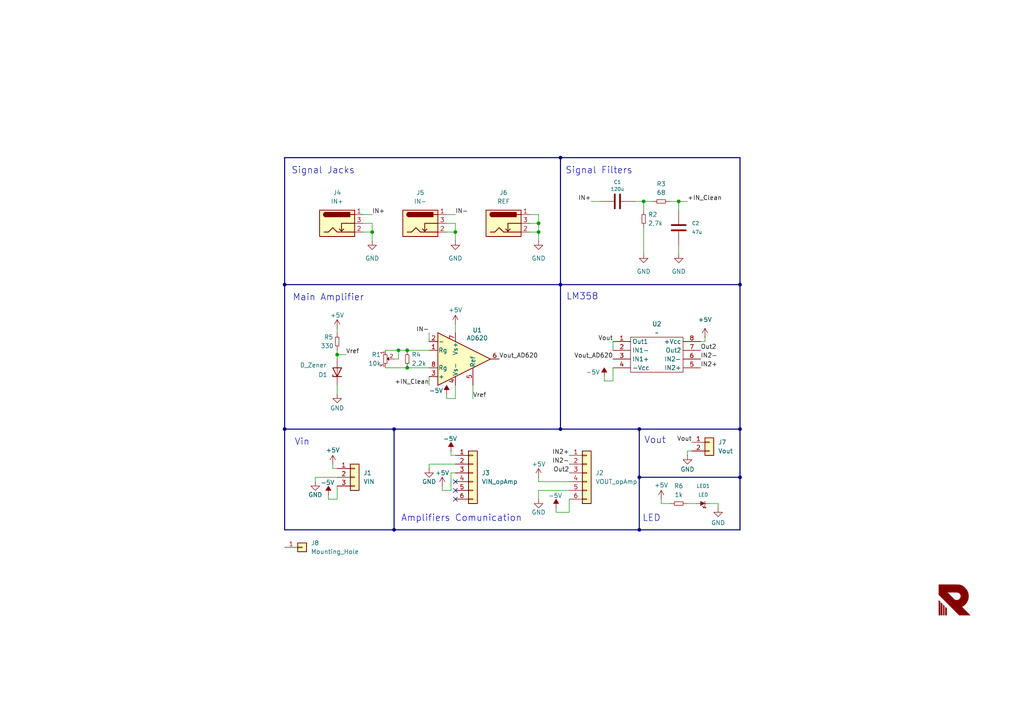
<source format=kicad_sch>
(kicad_sch (version 20231120) (generator "eeschema") (generator_version "8.0")
  (paper "A4")
  (title_block (title "Amplificador Electroencefalograma Master") (date "2025-04-28") (rev "v1.0") (company "E.E.S.T. N°5 \"2 de Abril\" Temperley") (comment 1 "Autor: Iván Romano") (comment 2 "Curso: 7mo 6ta") (comment 3 "Grupo: 2"))
  (lib_symbols
    (symbol "Amplifier_Instrumentation:AD620" (pin_names (offset 0.127))
      (property "Reference" "U" (at 3.81 7.62 0))
      (property "Value" "AD620" (at 5.08 5.08 0))
      (symbol "AD620_0_1"
        (polyline (pts (xy -7.62 7.62) (xy -7.62 -7.62) (xy 7.62 0) (xy -7.62 7.62)) (stroke (width 0.254)) (fill (type background)))
      )
      (symbol "AD620_1_1"
        (pin passive line (at -10.16 2.54 0) (length 2.54) (name "Rg") (number "1"))
        (pin input line (at -10.16 5.08 0) (length 2.54) (name "-") (number "2"))
        (pin input line (at -10.16 -5.08 0) (length 2.54) (name "+") (number "3"))
        (pin power_in line (at -2.54 -7.62 90) (length 2.54) (name "Vs-") (number "4"))
        (pin passive line (at 2.54 -7.62 90) (length 5.08) (name "Ref") (number "5"))
        (pin output line (at 10.16 0 180) (length 2.54) (name "~") (number "6"))
        (pin power_in line (at -2.54 7.62 270) (length 2.54) (name "Vs+") (number "7"))
        (pin passive line (at -10.16 -2.54 0) (length 2.54) (name "Rg") (number "8"))
      )
    )
    (symbol "Connector:Barrel_Jack_Switch" (pin_names hide)
      (property "Reference" "J" (at 0 5.334 0))
      (property "Value" "Barrel_Jack_Switch" (at 0 -5.08 0))
      (symbol "Barrel_Jack_Switch_0_1"
        (rectangle (start -5.08 3.81) (end 5.08 -3.81) (stroke (width 0.254)) (fill (type background)))
        (arc (start -3.302 3.175) (mid -3.9343 2.54) (end -3.302 1.905) (stroke (width 0.254)))
        (arc (start -3.302 3.175) (mid -3.9343 2.54) (end -3.302 1.905) (stroke (width 0.254)) (fill (type outline)))
        (polyline (pts (xy 1.27 -2.286) (xy 1.905 -1.651)) (stroke (width 0.254)))
        (polyline (pts (xy 5.08 2.54) (xy 3.81 2.54)) (stroke (width 0.254)))
        (polyline (pts (xy 5.08 0) (xy 1.27 0) (xy 1.27 -2.286) (xy 0.635 -1.651)) (stroke (width 0.254)))
        (polyline (pts (xy -3.81 -2.54) (xy -2.54 -2.54) (xy -1.27 -1.27) (xy 0 -2.54) (xy 2.54 -2.54) (xy 5.08 -2.54)) (stroke (width 0.254)))
        (rectangle (start 3.683 3.175) (end -3.302 1.905) (stroke (width 0.254)) (fill (type outline)))
      )
      (symbol "Barrel_Jack_Switch_1_1"
        (pin passive line (at 7.62 2.54 180) (length 2.54) (name "~") (number "1"))
        (pin passive line (at 7.62 -2.54 180) (length 2.54) (name "~") (number "2"))
        (pin passive line (at 7.62 0 180) (length 2.54) (name "~") (number "3"))
      )
    )
    (symbol "Connector_Generic:Conn_01x01" (pin_names (offset 1.016) hide)
      (property "Reference" "J" (at 0 2.54 0))
      (property "Value" "Conn_01x01" (at 0 -2.54 0))
      (symbol "Conn_01x01_1_1"
        (rectangle (start -1.27 0.127) (end 0 -0.127) (stroke (width 0.1524)))
        (rectangle (start -1.27 1.27) (end 1.27 -1.27) (stroke (width 0.254)) (fill (type background)))
        (pin passive line (at -5.08 0 0) (length 3.81) (name "Pin_1") (number "1"))
      )
    )
    (symbol "Connector_Generic:Conn_01x02" (pin_names (offset 1.016) hide)
      (property "Reference" "J" (at 0 2.54 0))
      (property "Value" "Conn_01x02" (at 0 -5.08 0))
      (symbol "Conn_01x02_1_1"
        (rectangle (start -1.27 -2.413) (end 0 -2.667) (stroke (width 0.1524)))
        (rectangle (start -1.27 0.127) (end 0 -0.127) (stroke (width 0.1524)))
        (rectangle (start -1.27 1.27) (end 1.27 -3.81) (stroke (width 0.254)) (fill (type background)))
        (pin passive line (at -5.08 0 0) (length 3.81) (name "Pin_1") (number "1"))
        (pin passive line (at -5.08 -2.54 0) (length 3.81) (name "Pin_2") (number "2"))
      )
    )
    (symbol "Connector_Generic:Conn_01x03" (pin_names (offset 1.016) hide)
      (property "Reference" "J" (at 0 5.08 0))
      (property "Value" "Conn_01x03" (at 0 -5.08 0))
      (symbol "Conn_01x03_1_1"
        (rectangle (start -1.27 -2.413) (end 0 -2.667) (stroke (width 0.1524)))
        (rectangle (start -1.27 0.127) (end 0 -0.127) (stroke (width 0.1524)))
        (rectangle (start -1.27 2.667) (end 0 2.413) (stroke (width 0.1524)))
        (rectangle (start -1.27 3.81) (end 1.27 -3.81) (stroke (width 0.254)) (fill (type background)))
        (pin passive line (at -5.08 2.54 0) (length 3.81) (name "Pin_1") (number "1"))
        (pin passive line (at -5.08 0 0) (length 3.81) (name "Pin_2") (number "2"))
        (pin passive line (at -5.08 -2.54 0) (length 3.81) (name "Pin_3") (number "3"))
      )
    )
    (symbol "Connector_Generic:Conn_01x06" (pin_names (offset 1.016) hide)
      (property "Reference" "J" (at 0 7.62 0))
      (property "Value" "Conn_01x06" (at 0 -10.16 0))
      (symbol "Conn_01x06_1_1"
        (rectangle (start -1.27 -7.493) (end 0 -7.747) (stroke (width 0.1524)))
        (rectangle (start -1.27 -4.953) (end 0 -5.207) (stroke (width 0.1524)))
        (rectangle (start -1.27 -2.413) (end 0 -2.667) (stroke (width 0.1524)))
        (rectangle (start -1.27 0.127) (end 0 -0.127) (stroke (width 0.1524)))
        (rectangle (start -1.27 2.667) (end 0 2.413) (stroke (width 0.1524)))
        (rectangle (start -1.27 5.207) (end 0 4.953) (stroke (width 0.1524)))
        (rectangle (start -1.27 6.35) (end 1.27 -8.89) (stroke (width 0.254)) (fill (type background)))
        (pin passive line (at -5.08 5.08 0) (length 3.81) (name "Pin_1") (number "1"))
        (pin passive line (at -5.08 2.54 0) (length 3.81) (name "Pin_2") (number "2"))
        (pin passive line (at -5.08 0 0) (length 3.81) (name "Pin_3") (number "3"))
        (pin passive line (at -5.08 -2.54 0) (length 3.81) (name "Pin_4") (number "4"))
        (pin passive line (at -5.08 -5.08 0) (length 3.81) (name "Pin_5") (number "5"))
        (pin passive line (at -5.08 -7.62 0) (length 3.81) (name "Pin_6") (number "6"))
      )
    )
    (symbol "Device:D_Zener" (pin_numbers hide) (pin_names (offset 1.016) hide)
      (property "Reference" "D" (at 0 2.54 0))
      (property "Value" "D_Zener" (at 0 -2.54 0))
      (symbol "D_Zener_0_1"
        (polyline (pts (xy 1.27 0) (xy -1.27 0)))
        (polyline (pts (xy -1.27 -1.27) (xy -1.27 1.27) (xy -0.762 1.27)) (stroke (width 0.254)))
        (polyline (pts (xy 1.27 -1.27) (xy 1.27 1.27) (xy -1.27 0) (xy 1.27 -1.27)) (stroke (width 0.254)))
      )
      (symbol "D_Zener_1_1"
        (pin passive line (at -3.81 0 0) (length 2.54) (name "K") (number "1"))
        (pin passive line (at 3.81 0 180) (length 2.54) (name "A") (number "2"))
      )
    )
    (symbol "EESTN5:C" (pin_numbers hide) (pin_names (offset 0.254))
      (property "Reference" "C" (at 0 2.54 0))
      (property "Value" "C" (at 0.1524 -2.159 0))
      (symbol "C_0_1"
        (polyline (pts (xy -2.032 -0.762) (xy 2.032 -0.762)) (stroke (width 0.508)))
        (polyline (pts (xy -2.032 0.762) (xy 2.032 0.762)) (stroke (width 0.508)))
      )
      (symbol "C_1_1"
        (pin passive line (at 0 5.08 270) (length 4.318) (name "~") (number "1"))
        (pin passive line (at 0 -5.08 90) (length 4.318) (name "~") (number "2"))
      )
    )
    (symbol "EESTN5:LED" (pin_numbers hide) (pin_names (offset 1.016) hide)
      (property "Reference" "LED" (at 0 2.54 0))
      (property "Value" "LED" (at 0 -2.54 0))
      (symbol "LED_0_1"
        (polyline (pts (xy 0.508 -0.762) (xy 1.016 -1.27) (xy 1.016 -1.27)))
        (polyline (pts (xy 1.016 -0.762) (xy 1.524 -1.27) (xy 1.524 -1.27)))
        (polyline (pts (xy 1.27 -0.635) (xy 1.27 0.635) (xy 1.27 0.635)))
        (polyline (pts (xy 1.27 0) (xy 0 0.635) (xy 0 -0.635) (xy 0 -0.635)) (fill (type outline)))
        (polyline (pts (xy 1.524 -1.27) (xy 1.27 -1.27) (xy 1.524 -1.016) (xy 1.524 -1.27) (xy 1.524 -1.27)) (fill (type outline)))
        (polyline (pts (xy 1.016 -1.27) (xy 0.762 -1.27) (xy 1.016 -1.016) (xy 1.016 -1.27) (xy 1.016 -1.27) (xy 1.016 -1.27)) (fill (type outline)))
      )
      (symbol "LED_1_1"
        (pin passive line (at -1.27 0 0) (length 1.27) (name "A") (number "1"))
        (pin passive line (at 2.54 0 180) (length 1.27) (name "K") (number "2"))
      )
    )
    (symbol "EESTN5:POT" (pin_names (offset 1.016) hide)
      (property "Reference" "R" (at 0 -1.27 0))
      (property "Value" "POT" (at 0 -3.81 0))
      (symbol "POT_0_0"
        (rectangle (start -1.27 0.508) (end 1.27 -0.508))
      )
      (symbol "POT_0_1"
        (polyline (pts (xy 0 0.508) (xy -0.508 1.016) (xy 0.508 1.016)) (fill (type outline)))
      )
      (symbol "POT_1_1"
        (pin passive line (at -2.54 0 0) (length 1.27) (name "1") (number "1"))
        (pin passive line (at 0 2.54 270) (length 1.524) (name "2") (number "2"))
        (pin passive line (at 2.54 0 180) (length 1.27) (name "3") (number "3"))
      )
    )
    (symbol "EESTN5:R" (pin_numbers hide) (pin_names (offset 0))
      (property "Reference" "R" (at -1.27 0 90))
      (property "Value" "R" (at 1.27 0 90))
      (symbol "R_0_1"
        (rectangle (start 0.508 1.27) (end -0.508 -1.27))
      )
      (symbol "R_1_1"
        (pin passive line (at 0 2.54 270) (length 1.27) (name "~") (number "1"))
        (pin passive line (at 0 -2.54 90) (length 1.27) (name "~") (number "2"))
      )
    )
    (symbol "Logo_Romano:LM385"
      (property "Reference" "U" (at 0 6.35 0))
      (symbol "LM385_0_1"
        (rectangle (start -7.62 5.08) (end 7.62 -5.08))
      )
      (symbol "LM385_1_1"
        (pin passive line (at -12.7 3.81 0) (length 5.08) (name "Out1") (number "1"))
        (pin passive line (at -12.7 1.27 0) (length 5.08) (name "IN1-") (number "2"))
        (pin passive line (at -12.7 -1.27 0) (length 5.08) (name "IN1+") (number "3"))
        (pin passive line (at -12.7 -3.81 0) (length 5.08) (name "-Vcc") (number "4"))
        (pin passive line (at 12.7 -3.81 180) (length 5.08) (name "IN2+") (number "5"))
        (pin passive line (at 12.7 -1.27 180) (length 5.08) (name "IN2-") (number "6"))
        (pin passive line (at 12.7 1.27 180) (length 5.08) (name "Out2") (number "7"))
        (pin passive line (at 12.7 3.81 180) (length 5.08) (name "+Vcc") (number "8"))
      )
    )
    (symbol "Logo_Romano:LOGO" (pin_names (offset 1.016))
      (symbol "LOGO_0_0"
        (polyline (pts (xy -4.1685 -2.5003) (xy -4.1685 -0.5542) (xy -4.3615 -0.3466) (xy -4.5545 -0.139) (xy -4.556 -2.2927) (xy -4.5575 -4.4464) (xy -4.363 -4.4464) (xy -4.1685 -4.4464) (xy -4.1685 -2.5003)) (stroke (width 0.01)) (fill (type outline)))
        (polyline (pts (xy -2.9457 -3.0951) (xy -2.9457 -1.7438) (xy -3.1125 -1.5841) (xy -3.2792 -1.4243) (xy -3.2792 -2.9354) (xy -3.2792 -4.4464) (xy -3.1125 -4.4464) (xy -2.9457 -4.4464) (xy -2.9457 -3.0951)) (stroke (width 0.01)) (fill (type outline)))
        (polyline (pts (xy -2.2788 -3.4351) (xy -2.2788 -2.4238) (xy -2.4281 -2.2679) (xy -2.4559 -2.2397) (xy -2.5585 -2.1487) (xy -2.6226 -2.1121) (xy -2.6271 -2.1178) (xy -2.6401 -2.2033) (xy -2.6513 -2.3784) (xy -2.6601 -2.6269) (xy -2.6658 -2.9326) (xy -2.6678 -3.2792) (xy -2.6678 -4.4464) (xy -2.4733 -4.4464) (xy -2.2788 -4.4464) (xy -2.2788 -3.4351)) (stroke (width 0.01)) (fill (type outline)))
        (polyline (pts (xy -3.5571 -2.7894) (xy -3.5571 -1.1324) (xy -3.713 -0.9831) (xy -3.7423 -0.9556) (xy -3.8462 -0.8688) (xy -3.9075 -0.8337) (xy -3.9134 -0.8548) (xy -3.9222 -0.971) (xy -3.9301 -1.1771) (xy -3.9367 -1.4601) (xy -3.9418 -1.807) (xy -3.945 -2.2046) (xy -3.9462 -2.6401) (xy -3.9462 -4.4464) (xy -3.7516 -4.4464) (xy -3.5571 -4.4464) (xy -3.5571 -2.7894)) (stroke (width 0.01)) (fill (type outline)))
        (polyline (pts (xy 3.3482 -3.2649) (xy 3.2393 -3.1557) (xy 2.952 -2.8664) (xy 2.6953 -2.6059) (xy 2.4789 -2.384) (xy 2.3124 -2.2108) (xy 2.2054 -2.0962) (xy 2.1676 -2.05) (xy 2.1677 -2.0493) (xy 2.2143 -2.0041) (xy 2.3311 -1.9203) (xy 2.4936 -1.8155) (xy 2.8231 -1.5742) (xy 3.2013 -1.1988) (xy 3.5323 -0.7604) (xy 3.7969 -0.2856) (xy 3.9758 0.1996) (xy 4.027 0.4687) (xy 4.0577 0.8372) (xy 4.0593 1.2303) (xy 4.0317 1.6044) (xy 3.975 1.9156) (xy 3.8444 2.3152) (xy 3.6547 2.7049) (xy 3.3987 3.0721) (xy 3.0577 3.4483) (xy 2.9277 3.576) (xy 2.6714 3.8053) (xy 2.4407 3.9739) (xy 2.2087 4.1022) (xy 2.2002 4.1062) (xy 2.0464 4.1787) (xy 1.9068 4.2401) (xy 1.771 4.2913) (xy 1.6284 4.3333) (xy 1.4687 4.3669) (xy 1.2815 4.3931) (xy 1.0562 4.4128) (xy 0.7825 4.4269) (xy 0.4498 4.4364) (xy 0.0478 4.4421) (xy -0.4341 4.4451) (xy -1.0062 4.4462) (xy -1.6791 4.4464) (xy -4.5575 4.4464) (xy -4.5573 2.9596) (xy -4.5572 2.1676) (xy -2.0832 2.1676) (xy -0.5501 2.1676) (xy -0.1507 2.1674) (xy 0.2179 2.1661) (xy 0.5019 2.1626) (xy 0.7156 2.1559) (xy 0.8733 2.145) (xy 0.9891 2.1288) (xy 1.0773 2.1063) (xy 1.1522 2.0764) (xy 1.2279 2.0382) (xy 1.2801 2.0088) (xy 1.5288 1.8016) (xy 1.6978 1.5397) (xy 1.7863 1.2437) (xy 1.7931 0.9339) (xy 1.7175 0.6307) (xy 1.5585 0.3545) (xy 1.3151 0.1258) (xy 1.2908 0.1092) (xy 1.1667 0.0369) (xy 1.0362 -0.0072) (xy 0.8643 -0.0317) (xy 0.6163 -0.0452) (xy 0.139 -0.0626) (xy -0.9721 1.0525) (xy -2.0832 2.1676) (xy -4.5572 2.1676) (xy -4.5571 1.4728) (xy -1.5995 -1.4868) (xy 1.358 -4.4464) (xy 2.9434 -4.4464) (xy 4.5288 -4.4464) (xy 3.3482 -3.2649)) (stroke (width 0.01)) (fill (type outline)))
      )
    )
    (symbol "power:+5V" (power) (pin_numbers hide) (pin_names (offset 0) hide)
      (property "Value" "+5V" (at 0 3.556 0))
      (symbol "+5V_0_1"
        (polyline (pts (xy -0.762 1.27) (xy 0 2.54)))
        (polyline (pts (xy 0 0) (xy 0 2.54)))
        (polyline (pts (xy 0 2.54) (xy 0.762 1.27)))
      )
      (symbol "+5V_1_1"
        (pin power_in line (at 0 0 90) (length 0) (name "~") (number "1"))
      )
    )
    (symbol "power:-5V" (power) (pin_numbers hide) (pin_names (offset 0) hide)
      (property "Value" "-5V" (at 0 3.556 0))
      (symbol "-5V_0_0"
        (pin power_in line (at 0 0 90) (length 0) (name "~") (number "1"))
      )
      (symbol "-5V_0_1"
        (polyline (pts (xy 0 0) (xy 0 1.27) (xy 0.762 1.27) (xy 0 2.54) (xy -0.762 1.27) (xy 0 1.27)) (fill (type outline)))
      )
    )
    (symbol "power:GND" (power) (pin_numbers hide) (pin_names (offset 0) hide)
      (property "Value" "GND" (at 0 -3.81 0))
      (symbol "GND_0_1"
        (polyline (pts (xy 0 0) (xy 0 -1.27) (xy 1.27 -1.27) (xy 0 -2.54) (xy -1.27 -1.27) (xy 0 -1.27)))
      )
      (symbol "GND_1_1"
        (pin power_in line (at 0 0 270) (length 0) (name "~") (number "1"))
      )
    )
  )
  (junction (at 162.56 82.55))
  (junction (at 162.56 45.72))
  (junction (at 156.21 64.77))
  (junction (at 114.3 124.46))
  (junction (at 118.11 106.68))
  (junction (at 186.69 58.42))
  (junction (at 162.56 124.46))
  (junction (at 118.11 101.6))
  (junction (at 132.08 67.31))
  (junction (at 156.21 67.31))
  (junction (at 115.57 101.6))
  (junction (at 185.42 124.46))
  (junction (at 107.95 67.31))
  (junction (at 114.3 153.67))
  (junction (at 196.85 58.42))
  (junction (at 214.63 138.43))
  (junction (at 185.42 138.43))
  (junction (at 97.79 102.87))
  (junction (at 185.42 153.67))
  (junction (at 82.55 82.55))
  (junction (at 82.55 124.46))
  (junction (at 214.63 82.55))
  (junction (at 214.63 124.46))
  (no_connect (at 132.08 144.78))
  (no_connect (at 132.08 142.24))
  (no_connect (at 132.08 139.7))
  (wire (pts (xy 165.1 148.59) (xy 165.1 144.78)))
  (wire (pts (xy 171.45 58.42) (xy 173.99 58.42)))
  (bus (pts (xy 185.42 124.46) (xy 214.63 124.46)))
  (wire (pts (xy 130.81 142.24) (xy 130.81 137.16)))
  (wire (pts (xy 203.2 99.06) (xy 204.47 99.06)))
  (wire (pts (xy 107.95 67.31) (xy 107.95 64.77)))
  (bus (pts (xy 185.42 124.46) (xy 185.42 138.43)))
  (wire (pts (xy 184.15 58.42) (xy 186.69 58.42)))
  (wire (pts (xy 107.95 64.77) (xy 105.41 64.77)))
  (wire (pts (xy 111.76 101.6) (xy 115.57 101.6)))
  (wire (pts (xy 156.21 64.77) (xy 156.21 62.23)))
  (wire (pts (xy 129.54 115.57) (xy 132.08 115.57)))
  (wire (pts (xy 129.54 67.31) (xy 132.08 67.31)))
  (bus (pts (xy 185.42 138.43) (xy 214.63 138.43)))
  (bus (pts (xy 82.55 82.55) (xy 162.56 82.55)))
  (wire (pts (xy 161.29 148.59) (xy 165.1 148.59)))
  (wire (pts (xy 208.28 147.32) (xy 208.28 146.05)))
  (wire (pts (xy 137.16 115.57) (xy 137.16 111.76)))
  (wire (pts (xy 156.21 69.85) (xy 156.21 67.31)))
  (bus (pts (xy 185.42 138.43) (xy 185.42 153.67)))
  (wire (pts (xy 130.81 137.16) (xy 132.08 137.16)))
  (wire (pts (xy 175.26 109.22) (xy 175.26 110.49)))
  (wire (pts (xy 186.69 66.04) (xy 186.69 73.66)))
  (wire (pts (xy 91.44 139.7) (xy 91.44 138.43)))
  (wire (pts (xy 95.25 143.51) (xy 95.25 144.78)))
  (bus (pts (xy 114.3 153.67) (xy 185.42 153.67)))
  (wire (pts (xy 199.39 146.05) (xy 201.93 146.05)))
  (bus (pts (xy 82.55 153.67) (xy 114.3 153.67)))
  (wire (pts (xy 130.81 130.81) (xy 130.81 132.08)))
  (wire (pts (xy 97.79 95.25) (xy 97.79 96.52)))
  (bus (pts (xy 214.63 82.55) (xy 214.63 124.46)))
  (bus (pts (xy 185.42 153.67) (xy 214.63 153.67)))
  (wire (pts (xy 177.8 110.49) (xy 177.8 106.68)))
  (bus (pts (xy 162.56 82.55) (xy 214.63 82.55)))
  (wire (pts (xy 196.85 71.12) (xy 196.85 73.66)))
  (bus (pts (xy 214.63 124.46) (xy 214.63 138.43)))
  (wire (pts (xy 129.54 114.3) (xy 129.54 115.57)))
  (wire (pts (xy 91.44 138.43) (xy 97.79 138.43)))
  (wire (pts (xy 156.21 62.23) (xy 153.67 62.23)))
  (wire (pts (xy 124.46 96.52) (xy 124.46 99.06)))
  (wire (pts (xy 204.47 99.06) (xy 204.47 97.79)))
  (wire (pts (xy 132.08 64.77) (xy 129.54 64.77)))
  (wire (pts (xy 97.79 102.87) (xy 97.79 104.14)))
  (wire (pts (xy 132.08 93.98) (xy 132.08 96.52)))
  (wire (pts (xy 111.76 106.68) (xy 118.11 106.68)))
  (wire (pts (xy 161.29 147.32) (xy 161.29 148.59)))
  (wire (pts (xy 156.21 144.78) (xy 156.21 142.24)))
  (bus (pts (xy 114.3 124.46) (xy 82.55 124.46)))
  (wire (pts (xy 186.69 58.42) (xy 189.23 58.42)))
  (bus (pts (xy 114.3 124.46) (xy 114.3 153.67)))
  (bus (pts (xy 214.63 82.55) (xy 214.63 45.72)))
  (wire (pts (xy 97.79 144.78) (xy 97.79 140.97)))
  (bus (pts (xy 214.63 138.43) (xy 214.63 153.67)))
  (bus (pts (xy 82.55 45.72) (xy 162.56 45.72)))
  (wire (pts (xy 132.08 67.31) (xy 132.08 64.77)))
  (wire (pts (xy 186.69 58.42) (xy 186.69 60.96)))
  (wire (pts (xy 177.8 99.06) (xy 177.8 101.6)))
  (bus (pts (xy 162.56 45.72) (xy 214.63 45.72)))
  (wire (pts (xy 97.79 111.76) (xy 97.79 114.3)))
  (bus (pts (xy 162.56 82.55) (xy 162.56 124.46)))
  (wire (pts (xy 153.67 64.77) (xy 156.21 64.77)))
  (wire (pts (xy 107.95 67.31) (xy 105.41 67.31)))
  (wire (pts (xy 132.08 69.85) (xy 132.08 67.31)))
  (wire (pts (xy 118.11 101.6) (xy 124.46 101.6)))
  (wire (pts (xy 196.85 58.42) (xy 199.39 58.42)))
  (wire (pts (xy 115.57 101.6) (xy 118.11 101.6)))
  (wire (pts (xy 118.11 106.68) (xy 124.46 106.68)))
  (wire (pts (xy 97.79 101.6) (xy 97.79 102.87)))
  (wire (pts (xy 132.08 115.57) (xy 132.08 111.76)))
  (wire (pts (xy 194.31 58.42) (xy 196.85 58.42)))
  (wire (pts (xy 124.46 109.22) (xy 124.46 111.76)))
  (wire (pts (xy 115.57 104.14) (xy 115.57 101.6)))
  (wire (pts (xy 124.46 135.89) (xy 124.46 134.62)))
  (wire (pts (xy 199.39 132.08) (xy 199.39 130.81)))
  (wire (pts (xy 208.28 146.05) (xy 205.74 146.05)))
  (wire (pts (xy 114.3 104.14) (xy 115.57 104.14)))
  (wire (pts (xy 95.25 144.78) (xy 97.79 144.78)))
  (wire (pts (xy 194.31 146.05) (xy 191.77 146.05)))
  (wire (pts (xy 129.54 62.23) (xy 132.08 62.23)))
  (wire (pts (xy 128.27 140.97) (xy 128.27 142.24)))
  (bus (pts (xy 82.55 45.72) (xy 82.55 82.55)))
  (wire (pts (xy 156.21 142.24) (xy 165.1 142.24)))
  (wire (pts (xy 156.21 138.43) (xy 156.21 139.7)))
  (wire (pts (xy 128.27 142.24) (xy 130.81 142.24)))
  (wire (pts (xy 96.52 134.62) (xy 96.52 135.89)))
  (wire (pts (xy 130.81 132.08) (xy 132.08 132.08)))
  (wire (pts (xy 153.67 67.31) (xy 156.21 67.31)))
  (bus (pts (xy 162.56 45.72) (xy 162.56 82.55)))
  (wire (pts (xy 124.46 134.62) (xy 132.08 134.62)))
  (wire (pts (xy 96.52 135.89) (xy 97.79 135.89)))
  (wire (pts (xy 199.39 130.81) (xy 200.66 130.81)))
  (wire (pts (xy 105.41 62.23) (xy 107.95 62.23)))
  (wire (pts (xy 156.21 67.31) (xy 156.21 64.77)))
  (bus (pts (xy 162.56 124.46) (xy 114.3 124.46)))
  (wire (pts (xy 191.77 146.05) (xy 191.77 144.78)))
  (bus (pts (xy 82.55 82.55) (xy 82.55 124.46)))
  (wire (pts (xy 156.21 139.7) (xy 165.1 139.7)))
  (wire (pts (xy 196.85 58.42) (xy 196.85 60.96)))
  (wire (pts (xy 175.26 110.49) (xy 177.8 110.49)))
  (bus (pts (xy 82.55 124.46) (xy 82.55 153.67)))
  (bus (pts (xy 162.56 124.46) (xy 185.42 124.46)))
  (wire (pts (xy 97.79 102.87) (xy 100.33 102.87)))
  (wire (pts (xy 107.95 69.85) (xy 107.95 67.31)))
  (text "Vin" (at 87.63 128.27 0) (effects (font (size 1.905 1.905))))
  (text "Signal Filters" (at 173.736 49.53 0) (effects (font (size 1.905 1.905))))
  (text "LED" (at 188.976 150.368 0) (effects (font (size 1.905 1.905))))
  (text "Vout" (at 189.992 127.762 0) (effects (font (size 1.905 1.905))))
  (text "LM358" (at 168.91 86.106 0) (effects (font (size 1.905 1.905))))
  (text "Signal Jacks" (at 93.726 49.53 0) (effects (font (size 1.905 1.905))))
  (text "Main Amplifier" (at 95.25 86.36 0) (effects (font (size 1.905 1.905))))
  (text "Amplifiers Comunication" (at 133.858 150.368 0) (effects (font (size 1.905 1.905))))
  (label "IN2-" (at 203.2 104.14 0))
  (label "Vout" (at 200.66 128.27 180))
  (label "IN+" (at 107.95 62.23 0))
  (label "IN2+" (at 203.2 106.68 0))
  (label "Vout_AD620" (at 177.8 104.14 180))
  (label "IN-" (at 132.08 62.23 0))
  (label "Vref" (at 100.33 102.87 0))
  (label "Vout" (at 177.8 99.06 180))
  (label "+IN_Clean" (at 199.39 58.42 0))
  (label "IN+" (at 171.45 58.42 180))
  (label "IN2+" (at 165.1 132.08 180))
  (label "+IN_Clean" (at 124.46 111.76 180))
  (label "IN-" (at 124.46 96.52 180))
  (label "Out2" (at 203.2 101.6 0))
  (label "Vout_AD620" (at 144.78 104.14 0))
  (label "Vref" (at 137.16 115.57 0))
  (label "Out2" (at 165.1 137.16 180))
  (label "IN2-" (at 165.1 134.62 180))
  (symbol (lib_id "power:GND") (at 199.39 132.08 0) (unit 1)
    (property "Reference" "#PWR021" (effects (hide yes)))
    (property "Value" "GND" (at 199.39 136.144 0))
    (property "Description" "Power symbol creates a global label with name \"GND\" , ground" (effects (hide yes)))
  )
  (symbol (lib_id "EESTN5:R") (at 186.69 63.5 0) (unit 1)
    (property "Reference" "R2" (at 187.96 62.2299 0) (effects (justify left)))
    (property "Value" "2,7k" (at 187.96 64.7699 0) (effects (justify left)))
    (property "Footprint" "EESTN5:RES0.3" (effects (hide yes)))
    (property "Description" "Resistor" (effects (hide yes)))
  )
  (symbol (lib_id "power:-5V") (at 95.25 143.51 0) (unit 1)
    (property "Reference" "#PWR08" (effects (hide yes)))
    (property "Value" "-5V" (at 94.996 139.954 0))
    (property "Description" "Power symbol creates a global label with name \"-5V\"" (effects (hide yes)))
  )
  (symbol (lib_id "Logo_Romano:LM385") (at 190.5 102.87 0) (unit 1)
    (property "Reference" "U2" (at 190.5 93.98 0))
    (property "Value" "~" (at 190.5 96.52 0))
    (property "Footprint" "MacroLib:SSOP-8" (effects (hide yes)))
  )
  (symbol (lib_id "power:GND") (at 186.69 73.66 0) (unit 1)
    (property "Reference" "#PWR05" (effects (hide yes)))
    (property "Value" "GND" (at 186.69 78.74 0))
    (property "Description" "Power symbol creates a global label with name \"GND\" , ground" (effects (hide yes)))
  )
  (symbol (lib_id "power:GND") (at 196.85 73.66 0) (unit 1)
    (property "Reference" "#PWR04" (effects (hide yes)))
    (property "Value" "GND" (at 196.85 78.74 0))
    (property "Description" "Power symbol creates a global label with name \"GND\" , ground" (effects (hide yes)))
  )
  (symbol (lib_id "power:GND") (at 156.21 144.78 0) (unit 1)
    (property "Reference" "#PWR012" (effects (hide yes)))
    (property "Value" "GND" (at 156.21 148.59 0))
    (property "Description" "Power symbol creates a global label with name \"GND\" , ground" (effects (hide yes)))
  )
  (symbol (lib_id "EESTN5:C") (at 179.07 58.42 90) (unit 1)
    (property "Reference" "C1" (at 179.07 52.832 90) (effects (font (size 1.016 1.016))))
    (property "Value" "120u" (at 179.07 54.864 90) (effects (font (size 1.016 1.016))))
    (property "Footprint" "EESTN5:CAP_ELEC_5x11mm" (effects (hide yes)))
  )
  (symbol (lib_id "Logo_Romano:LOGO") (at 276.86 173.99 0) (unit 1)
    (property "Reference" "#G1" (effects (hide yes)))
    (property "Value" "LOGO" (effects (hide yes)))
  )
  (symbol (lib_id "power:+5V") (at 156.21 138.43 0) (unit 1)
    (property "Reference" "#PWR013" (effects (hide yes)))
    (property "Value" "+5V" (at 156.21 134.62 0))
    (property "Description" "Power symbol creates a global label with name \"+5V\"" (effects (hide yes)))
  )
  (symbol (lib_id "power:+5V") (at 128.27 140.97 0) (unit 1)
    (property "Reference" "#PWR09" (effects (hide yes)))
    (property "Value" "+5V" (at 128.27 137.16 0))
    (property "Description" "Power symbol creates a global label with name \"+5V\"" (effects (hide yes)))
  )
  (symbol (lib_id "power:-5V") (at 129.54 114.3 0) (unit 1)
    (property "Reference" "#PWR016" (effects (hide yes)))
    (property "Value" "-5V" (at 126.492 113.284 0))
    (property "Description" "Power symbol creates a global label with name \"-5V\"" (effects (hide yes)))
  )
  (symbol (lib_id "EESTN5:POT") (at 111.76 104.14 270) (unit 1)
    (property "Reference" "R1" (at 110.49 102.8699 90) (effects (justify right)))
    (property "Value" "10k" (at 110.49 105.4099 90) (effects (justify right)))
    (property "Footprint" "Logo Romano:Potenciometer_Trimpot" (effects (hide yes)))
    (property "Description" "Trimmer" (effects (hide yes)))
  )
  (symbol (lib_id "EESTN5:R") (at 97.79 99.06 0) (unit 1)
    (property "Reference" "R5" (at 93.98 97.79 0) (effects (justify left)))
    (property "Value" "330" (at 92.964 100.33 0) (effects (justify left)))
    (property "Footprint" "EESTN5:R_0805" (effects (hide yes)))
    (property "Description" "Resistor" (effects (hide yes)))
  )
  (symbol (lib_id "Connector_Generic:Conn_01x06") (at 137.16 137.16 0) (unit 1)
    (property "Reference" "J3" (at 139.7 137.1599 0) (effects (justify left)))
    (property "Value" "VIN_opAmp" (at 139.7 139.6999 0) (effects (justify left)))
    (property "Footprint" "Connector_Molex:Molex_KK-254_AE-6410-06A_1x06_P2.54mm_Vertical" (effects (hide yes)))
    (property "Description" "Generic connector, single row, 01x06, script generated (kicad-library-utils/schlib/autogen/connector/)" (effects (hide yes)))
  )
  (symbol (lib_id "power:GND") (at 156.21 69.85 0) (unit 1)
    (property "Reference" "#PWR01" (effects (hide yes)))
    (property "Value" "GND" (at 156.21 74.93 0))
    (property "Description" "Power symbol creates a global label with name \"GND\" , ground" (effects (hide yes)))
  )
  (symbol (lib_id "power:-5V") (at 175.26 109.22 0) (unit 1)
    (property "Reference" "#PWR019" (effects (hide yes)))
    (property "Value" "-5V" (at 171.958 107.95 0))
    (property "Description" "Power symbol creates a global label with name \"-5V\"" (effects (hide yes)))
  )
  (symbol (lib_id "Connector:Barrel_Jack_Switch") (at 146.05 64.77 0) (unit 1)
    (property "Reference" "J6" (at 146.05 55.88 0))
    (property "Value" "REF" (at 146.05 58.42 0))
    (property "Footprint" "Connector_BarrelJack:BarrelJack_Horizontal" (effects (hide yes)))
    (property "Description" "DC Barrel Jack with an internal switch" (effects (hide yes)))
  )
  (symbol (lib_id "power:GND") (at 208.28 147.32 0) (unit 1)
    (property "Reference" "#PWR023" (effects (hide yes)))
    (property "Value" "GND" (at 208.28 151.638 0))
    (property "Description" "Power symbol creates a global label with name \"GND\" , ground" (effects (hide yes)))
  )
  (symbol (lib_id "power:+5V") (at 132.08 93.98 0) (unit 1)
    (property "Reference" "#PWR015" (effects (hide yes)))
    (property "Value" "+5V" (at 132.08 89.916 0))
    (property "Description" "Power symbol creates a global label with name \"+5V\"" (effects (hide yes)))
  )
  (symbol (lib_id "EESTN5:C") (at 196.85 66.04 180) (unit 1)
    (property "Reference" "C2" (at 200.66 64.7699 0) (effects (font (size 1.016 1.016)) (justify right)))
    (property "Value" "47u" (at 200.66 67.3099 0) (effects (font (size 1.016 1.016)) (justify right)))
    (property "Footprint" "EESTN5:CAP_ELEC_5x11mm" (effects (hide yes)))
  )
  (symbol (lib_id "EESTN5:R") (at 118.11 104.14 0) (unit 1)
    (property "Reference" "R4" (at 119.38 102.8699 0) (effects (justify left)))
    (property "Value" "2,2k" (at 119.38 105.4099 0) (effects (justify left)))
    (property "Footprint" "EESTN5:RES0.3" (effects (hide yes)))
    (property "Description" "Resistor" (effects (hide yes)))
  )
  (symbol (lib_id "power:GND") (at 91.44 139.7 0) (unit 1)
    (property "Reference" "#PWR06" (effects (hide yes)))
    (property "Value" "GND" (at 91.44 143.51 0))
    (property "Description" "Power symbol creates a global label with name \"GND\" , ground" (effects (hide yes)))
  )
  (symbol (lib_id "Connector_Generic:Conn_01x01") (at 87.63 158.75 0) (unit 1)
    (property "Reference" "J8" (at 90.17 157.4799 0) (effects (justify left)))
    (property "Value" "Mounting_Hole" (at 90.17 160.0199 0) (effects (justify left)))
    (property "Footprint" "EESTN5:hole_2mm" (effects (hide yes)))
    (property "Description" "Generic connector, single row, 01x01, script generated (kicad-library-utils/schlib/autogen/connector/)" (effects (hide yes)))
  )
  (symbol (lib_id "EESTN5:R") (at 191.77 58.42 90) (unit 1)
    (property "Reference" "R3" (at 191.77 53.34 90))
    (property "Value" "68" (at 191.77 55.88 90))
    (property "Footprint" "EESTN5:RES0.3" (effects (hide yes)))
    (property "Description" "Resistor" (effects (hide yes)))
  )
  (symbol (lib_id "Device:D_Zener") (at 97.79 107.95 90) (unit 1)
    (property "Reference" "D1" (at 94.996 108.712 90) (effects (justify left)))
    (property "Value" "D_Zener" (at 94.742 105.918 90) (effects (justify left)))
    (property "Footprint" "EESTN5:RES0.2" (effects (hide yes)))
    (property "Description" "Zener diode" (effects (hide yes)))
  )
  (symbol (lib_id "power:+5V") (at 204.47 97.79 0) (unit 1)
    (property "Reference" "#PWR020" (effects (hide yes)))
    (property "Value" "+5V" (at 204.47 92.71 0))
    (property "Description" "Power symbol creates a global label with name \"+5V\"" (effects (hide yes)))
  )
  (symbol (lib_id "power:GND") (at 124.46 135.89 0) (unit 1)
    (property "Reference" "#PWR011" (effects (hide yes)))
    (property "Value" "GND" (at 124.46 139.7 0))
    (property "Description" "Power symbol creates a global label with name \"GND\" , ground" (effects (hide yes)))
  )
  (symbol (lib_id "power:+5V") (at 97.79 95.25 0) (unit 1)
    (property "Reference" "#PWR017" (effects (hide yes)))
    (property "Value" "+5V" (at 97.79 91.44 0))
    (property "Description" "Power symbol creates a global label with name \"+5V\"" (effects (hide yes)))
  )
  (symbol (lib_id "power:GND") (at 97.79 114.3 0) (unit 1)
    (property "Reference" "#PWR018" (effects (hide yes)))
    (property "Value" "GND" (at 97.79 118.364 0))
    (property "Description" "Power symbol creates a global label with name \"GND\" , ground" (effects (hide yes)))
  )
  (symbol (lib_id "EESTN5:R") (at 196.85 146.05 90) (unit 1)
    (property "Reference" "R6" (at 196.85 140.97 90))
    (property "Value" "1k" (at 196.85 143.51 90))
    (property "Footprint" "EESTN5:R_0805" (effects (hide yes)))
    (property "Description" "Resistor" (effects (hide yes)))
  )
  (symbol (lib_id "Connector:Barrel_Jack_Switch") (at 121.92 64.77 0) (unit 1)
    (property "Reference" "J5" (at 121.92 55.88 0))
    (property "Value" "IN-" (at 121.92 58.42 0))
    (property "Footprint" "Connector_BarrelJack:BarrelJack_Horizontal" (effects (hide yes)))
    (property "Description" "DC Barrel Jack with an internal switch" (effects (hide yes)))
  )
  (symbol (lib_id "Connector_Generic:Conn_01x03") (at 102.87 138.43 0) (unit 1)
    (property "Reference" "J1" (at 105.41 137.1599 0) (effects (justify left)))
    (property "Value" "VIN" (at 105.41 139.6999 0) (effects (justify left)))
    (property "Footprint" "Connector_Molex:Molex_KK-254_AE-6410-03A_1x03_P2.54mm_Vertical" (effects (hide yes)))
    (property "Description" "Generic connector, single row, 01x03, script generated (kicad-library-utils/schlib/autogen/connector/)" (effects (hide yes)))
  )
  (symbol (lib_id "power:GND") (at 132.08 69.85 0) (unit 1)
    (property "Reference" "#PWR02" (effects (hide yes)))
    (property "Value" "GND" (at 132.08 74.93 0))
    (property "Description" "Power symbol creates a global label with name \"GND\" , ground" (effects (hide yes)))
  )
  (symbol (lib_id "Connector_Generic:Conn_01x02") (at 205.74 128.27 0) (unit 1)
    (property "Reference" "J7" (at 208.28 128.2699 0) (effects (justify left)))
    (property "Value" "Vout" (at 208.28 130.8099 0) (effects (justify left)))
    (property "Footprint" "Connector_Molex:Molex_KK-254_AE-6410-02A_1x02_P2.54mm_Vertical" (effects (hide yes)))
    (property "Description" "Generic connector, single row, 01x02, script generated (kicad-library-utils/schlib/autogen/connector/)" (effects (hide yes)))
  )
  (symbol (lib_id "Connector:Barrel_Jack_Switch") (at 97.79 64.77 0) (unit 1)
    (property "Reference" "J4" (at 97.79 55.88 0))
    (property "Value" "IN+" (at 97.79 58.42 0))
    (property "Footprint" "Connector_BarrelJack:BarrelJack_Horizontal" (effects (hide yes)))
    (property "Description" "DC Barrel Jack with an internal switch" (effects (hide yes)))
  )
  (symbol (lib_id "Amplifier_Instrumentation:AD620") (at 134.62 104.14 0) (unit 1)
    (property "Reference" "U1" (at 138.43 95.758 0))
    (property "Value" "AD620" (at 138.43 98.044 0))
    (property "Footprint" "Package_DIP:DIP-8_W7.62mm_LongPads" (effects (hide yes)))
    (property "Datasheet" "https://www.analog.com/media/en/technical-documentation/data-sheets/AD620.pdf" (effects (hide yes)))
    (property "Description" "Low Cost, Low Power, Instrumentation Amplifier, DIP-8/SOIC-8" (effects (hide yes)))
  )
  (symbol (lib_id "power:GND") (at 107.95 69.85 0) (unit 1)
    (property "Reference" "#PWR03" (effects (hide yes)))
    (property "Value" "GND" (at 107.95 74.93 0))
    (property "Description" "Power symbol creates a global label with name \"GND\" , ground" (effects (hide yes)))
  )
  (symbol (lib_id "power:-5V") (at 161.29 147.32 0) (unit 1)
    (property "Reference" "#PWR014" (effects (hide yes)))
    (property "Value" "-5V" (at 161.036 143.764 0))
    (property "Description" "Power symbol creates a global label with name \"-5V\"" (effects (hide yes)))
  )
  (symbol (lib_id "Connector_Generic:Conn_01x06") (at 170.18 137.16 0) (unit 1)
    (property "Reference" "J2" (at 172.72 137.1599 0) (effects (justify left)))
    (property "Value" "VOUT_opAmp" (at 172.72 139.6999 0) (effects (justify left)))
    (property "Footprint" "Connector_Molex:Molex_KK-254_AE-6410-06A_1x06_P2.54mm_Vertical" (effects (hide yes)))
    (property "Description" "Generic connector, single row, 01x06, script generated (kicad-library-utils/schlib/autogen/connector/)" (effects (hide yes)))
  )
  (symbol (lib_id "power:+5V") (at 96.52 134.62 0) (unit 1)
    (property "Reference" "#PWR07" (effects (hide yes)))
    (property "Value" "+5V" (at 96.52 130.556 0))
    (property "Description" "Power symbol creates a global label with name \"+5V\"" (effects (hide yes)))
  )
  (symbol (lib_id "power:+5V") (at 191.77 144.78 0) (unit 1)
    (property "Reference" "#PWR022" (effects (hide yes)))
    (property "Value" "+5V" (at 191.77 140.716 0))
    (property "Description" "Power symbol creates a global label with name \"+5V\"" (effects (hide yes)))
  )
  (symbol (lib_id "EESTN5:LED") (at 203.2 146.05 0) (unit 1)
    (property "Reference" "LED1" (at 203.962 140.97 0) (effects (font (size 1.016 1.016))))
    (property "Value" "LED" (at 203.962 143.51 0) (effects (font (size 1.016 1.016))))
    (property "Footprint" "EESTN5:LED_1206" (effects (hide yes)))
  )
  (symbol (lib_id "power:-5V") (at 130.81 130.81 0) (unit 1)
    (property "Reference" "#PWR010" (effects (hide yes)))
    (property "Value" "-5V" (at 130.556 127.254 0))
    (property "Description" "Power symbol creates a global label with name \"-5V\"" (effects (hide yes)))
  )
)
</source>
